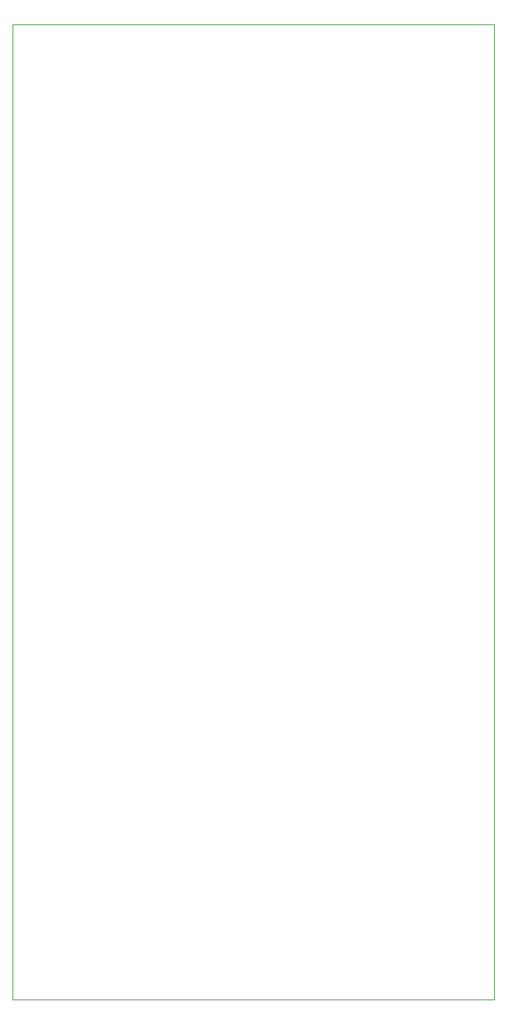
<source format=gbr>
G04 #@! TF.GenerationSoftware,KiCad,Pcbnew,(5.1.5)-3*
G04 #@! TF.CreationDate,2020-02-27T17:39:31-08:00*
G04 #@! TF.ProjectId,MobileCloud,4d6f6269-6c65-4436-9c6f-75642e6b6963,C*
G04 #@! TF.SameCoordinates,Original*
G04 #@! TF.FileFunction,Profile,NP*
%FSLAX46Y46*%
G04 Gerber Fmt 4.6, Leading zero omitted, Abs format (unit mm)*
G04 Created by KiCad (PCBNEW (5.1.5)-3) date 2020-02-27 17:39:31*
%MOMM*%
%LPD*%
G04 APERTURE LIST*
%ADD10C,0.050000*%
G04 APERTURE END LIST*
D10*
X45720000Y-13335000D02*
X104140000Y-13335000D01*
X45720000Y-131445000D02*
X45720000Y-13335000D01*
X104140000Y-131445000D02*
X45720000Y-131445000D01*
X104140000Y-13335000D02*
X104140000Y-131445000D01*
M02*

</source>
